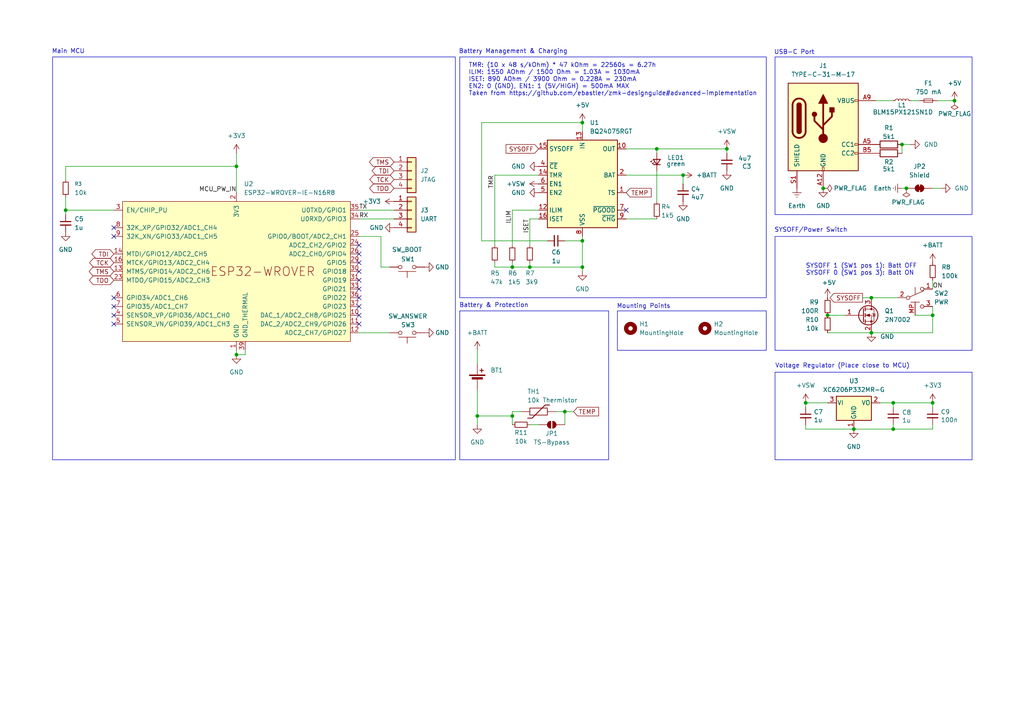
<source format=kicad_sch>
(kicad_sch (version 20250114) (generator "eeschema") (generator_version "9.0")
  (paper "A4")
  (lib_symbols
    (symbol "Battery_Management:BQ24075RGT"
      (property "Reference" "U" (at -8.89 13.97 0))
      (property "Value" "BQ24075RGT" (at 16.51 13.97 0))
      (symbol "BQ24075RGT_0_1"
        (rectangle (start -10.16 12.7) (end 10.16 -12.7) (stroke (width 0.254)) (fill (type background)))
      )
      (symbol "BQ24075RGT_1_1"
        (pin input line (at -12.7 10.16 0) (length 2.54) (name "SYSOFF") (number "15"))
        (pin input line (at -12.7 5.08 0) (length 2.54) (name "~{CE}") (number "4"))
        (pin input line (at -12.7 2.54 0) (length 2.54) (name "TMR") (number "14"))
        (pin input line (at -12.7 0 0) (length 2.54) (name "EN1") (number "6"))
        (pin input line (at -12.7 -2.54 0) (length 2.54) (name "EN2") (number "5"))
        (pin passive line (at -12.7 -7.62 0) (length 2.54) (name "ILIM") (number "12"))
        (pin passive line (at -12.7 -10.16 0) (length 2.54) (name "ISET") (number "16"))
        (pin power_in line (at 0 15.24 270) (length 2.54) (name "IN") (number "13"))
        (pin passive line (at 0 -15.24 90) (length 2.54) (hide yes) (name "VSS") (number "17"))
        (pin power_in line (at 0 -15.24 90) (length 2.54) (name "VSS") (number "8"))
        (pin power_out line (at 12.7 10.16 180) (length 2.54) (name "OUT") (number "10"))
        (pin passive line (at 12.7 10.16 180) (length 2.54) (hide yes) (name "OUT") (number "11"))
        (pin power_out line (at 12.7 2.54 180) (length 2.54) (name "BAT") (number "2"))
        (pin passive line (at 12.7 2.54 180) (length 2.54) (hide yes) (name "BAT") (number "3"))
        (pin passive line (at 12.7 -2.54 180) (length 2.54) (name "TS") (number "1"))
        (pin open_collector line (at 12.7 -7.62 180) (length 2.54) (name "~{PGOOD}") (number "7"))
        (pin open_collector line (at 12.7 -10.16 180) (length 2.54) (name "~{CHG}") (number "9"))
      )
    )
    (symbol "Connector:USB_C_Receptacle_PowerOnly_6P" (pin_names (offset 1.016))
      (property "Reference" "J" (at 0 16.51 0))
      (property "Value" "USB_C_Receptacle_PowerOnly_6P" (at 0 13.97 0))
      (symbol "USB_C_Receptacle_PowerOnly_6P_0_0"
        (rectangle (start -0.254 -12.7) (end 0.254 -11.684))
        (rectangle (start 10.16 7.874) (end 9.144 7.366))
        (rectangle (start 10.16 -4.826) (end 9.144 -5.334))
        (rectangle (start 10.16 -7.366) (end 9.144 -7.874))
      )
      (symbol "USB_C_Receptacle_PowerOnly_6P_0_1"
        (rectangle (start -10.16 12.7) (end 10.16 -12.7) (stroke (width 0.254)) (fill (type background)))
        (polyline (pts (xy -8.89 -1.27) (xy -8.89 6.35)) (stroke (width 0.508)))
        (rectangle (start -7.62 -1.27) (end -6.35 6.35) (stroke (width 0.254)) (fill (type outline)))
        (arc (start -7.62 6.35) (mid -6.985 6.9823) (end -6.35 6.35) (stroke (width 0.254)))
        (arc (start -7.62 6.35) (mid -6.985 6.9823) (end -6.35 6.35) (stroke (width 0.254)) (fill (type outline)))
        (arc (start -8.89 6.35) (mid -6.985 8.2467) (end -5.08 6.35) (stroke (width 0.508)))
        (arc (start -5.08 -1.27) (mid -6.985 -3.1667) (end -8.89 -1.27) (stroke (width 0.508)))
        (arc (start -6.35 -1.27) (mid -6.985 -1.9023) (end -7.62 -1.27) (stroke (width 0.254)))
        (arc (start -6.35 -1.27) (mid -6.985 -1.9023) (end -7.62 -1.27) (stroke (width 0.254)) (fill (type outline)))
        (polyline (pts (xy -5.08 6.35) (xy -5.08 -1.27)) (stroke (width 0.508)))
        (circle (center -2.54 3.683) (radius 0.635) (stroke (width 0.254)) (fill (type outline)))
        (polyline (pts (xy -1.27 6.858) (xy 0 9.398) (xy 1.27 6.858) (xy -1.27 6.858)) (stroke (width 0.254)) (fill (type outline)))
        (polyline (pts (xy 0 0.508) (xy 2.54 3.048) (xy 2.54 4.318)) (stroke (width 0.508)))
        (polyline (pts (xy 0 -0.762) (xy -2.54 1.778) (xy -2.54 3.048)) (stroke (width 0.508)))
        (polyline (pts (xy 0 -3.302) (xy 0 6.858)) (stroke (width 0.508)))
        (circle (center 0 -3.302) (radius 1.27) (fill (type outline)))
        (rectangle (start 1.905 4.318) (end 3.175 5.588) (stroke (width 0.254)) (fill (type outline)))
      )
      (symbol "USB_C_Receptacle_PowerOnly_6P_1_1"
        (pin passive line (at -7.62 -17.78 90) (length 5.08) (name "SHIELD") (number "S1"))
        (pin passive line (at 0 -17.78 90) (length 5.08) (name "GND") (number "A12"))
        (pin passive line (at 0 -17.78 90) (length 5.08) (hide yes) (name "GND") (number "B12"))
        (pin passive line (at 15.24 7.62 180) (length 5.08) (name "VBUS") (number "A9"))
        (pin passive line (at 15.24 7.62 180) (length 5.08) (hide yes) (name "VBUS") (number "B9"))
        (pin bidirectional line (at 15.24 -5.08 180) (length 5.08) (name "CC1") (number "A5"))
        (pin bidirectional line (at 15.24 -7.62 180) (length 5.08) (name "CC2") (number "B5"))
      )
    )
    (symbol "Connector_Generic:Conn_01x04" (pin_names (offset 1.016) (hide yes))
      (property "Reference" "J" (at 0 5.08 0))
      (property "Value" "Conn_01x04" (at 0 -7.62 0))
      (symbol "Conn_01x04_1_1"
        (rectangle (start -1.27 3.81) (end 1.27 -6.35) (stroke (width 0.254)) (fill (type background)))
        (rectangle (start -1.27 2.667) (end 0 2.413) (stroke (width 0.1524)))
        (rectangle (start -1.27 0.127) (end 0 -0.127) (stroke (width 0.1524)))
        (rectangle (start -1.27 -2.413) (end 0 -2.667) (stroke (width 0.1524)))
        (rectangle (start -1.27 -4.953) (end 0 -5.207) (stroke (width 0.1524)))
        (pin passive line (at -5.08 2.54 0) (length 3.81) (name "Pin_1") (number "1"))
        (pin passive line (at -5.08 0 0) (length 3.81) (name "Pin_2") (number "2"))
        (pin passive line (at -5.08 -2.54 0) (length 3.81) (name "Pin_3") (number "3"))
        (pin passive line (at -5.08 -5.08 0) (length 3.81) (name "Pin_4") (number "4"))
      )
    )
    (symbol "Device:Battery_Cell" (pin_numbers (hide yes)) (pin_names (offset 0) (hide yes))
      (property "Reference" "BT" (at 2.54 2.54 0))
      (property "Value" "Battery_Cell" (at 2.54 0 0))
      (symbol "Battery_Cell_0_1"
        (rectangle (start -2.286 1.778) (end 2.286 1.524) (fill (type outline)))
        (rectangle (start -1.524 1.016) (end 1.524 0.508) (fill (type outline)))
        (polyline (pts (xy 0 1.778) (xy 0 2.54)))
        (polyline (pts (xy 0 0.762) (xy 0 0)))
        (polyline (pts (xy 0.762 3.048) (xy 1.778 3.048)) (stroke (width 0.254)))
        (polyline (pts (xy 1.27 3.556) (xy 1.27 2.54)) (stroke (width 0.254)))
      )
      (symbol "Battery_Cell_1_1"
        (pin passive line (at 0 5.08 270) (length 2.54) (name "+") (number "1"))
        (pin passive line (at 0 -2.54 90) (length 2.54) (name "-") (number "2"))
      )
    )
    (symbol "Device:C_Small" (pin_numbers (hide yes)) (pin_names (offset 0.254) (hide yes))
      (property "Reference" "C" (at 0.254 1.778 0))
      (property "Value" "C_Small" (at 0.254 -2.032 0))
      (symbol "C_Small_0_1"
        (polyline (pts (xy -1.524 0.508) (xy 1.524 0.508)) (stroke (width 0.3048)))
        (polyline (pts (xy -1.524 -0.508) (xy 1.524 -0.508)) (stroke (width 0.3302)))
      )
      (symbol "C_Small_1_1"
        (pin passive line (at 0 2.54 270) (length 2.032) (name "~") (number "1"))
        (pin passive line (at 0 -2.54 90) (length 2.032) (name "~") (number "2"))
      )
    )
    (symbol "Device:Fuse_Small" (pin_numbers (hide yes)) (pin_names (offset 0.254) (hide yes))
      (property "Reference" "F" (at 0 -1.524 0))
      (property "Value" "Fuse_Small" (at 0 1.524 0))
      (symbol "Fuse_Small_0_1"
        (rectangle (start -1.27 0.508) (end 1.27 -0.508))
        (polyline (pts (xy -1.27 0) (xy 1.27 0)))
      )
      (symbol "Fuse_Small_1_1"
        (pin passive line (at -2.54 0 0) (length 1.27) (name "~") (number "1"))
        (pin passive line (at 2.54 0 180) (length 1.27) (name "~") (number "2"))
      )
    )
    (symbol "Device:LED_Small" (pin_numbers (hide yes)) (pin_names (offset 0.254) (hide yes))
      (property "Reference" "D" (at -1.27 3.175 0))
      (property "Value" "LED_Small" (at -4.445 -2.54 0))
      (symbol "LED_Small_0_1"
        (polyline (pts (xy -0.762 -1.016) (xy -0.762 1.016)) (stroke (width 0.254)))
        (polyline (pts (xy 0 0.762) (xy -0.508 1.27) (xy -0.254 1.27) (xy -0.508 1.27) (xy -0.508 1.016)))
        (polyline (pts (xy 0.508 1.27) (xy 0 1.778) (xy 0.254 1.778) (xy 0 1.778) (xy 0 1.524)))
        (polyline (pts (xy 0.762 -1.016) (xy -0.762 0) (xy 0.762 1.016) (xy 0.762 -1.016)) (stroke (width 0.254)))
        (polyline (pts (xy 1.016 0) (xy -0.762 0)))
      )
      (symbol "LED_Small_1_1"
        (pin passive line (at -2.54 0 0) (length 1.778) (name "K") (number "1"))
        (pin passive line (at 2.54 0 180) (length 1.778) (name "A") (number "2"))
      )
    )
    (symbol "Device:L_Small" (pin_numbers (hide yes)) (pin_names (offset 0.254) (hide yes))
      (property "Reference" "L" (at 0.762 1.016 0))
      (property "Value" "L_Small" (at 0.762 -1.016 0))
      (symbol "L_Small_0_1"
        (arc (start 0 2.032) (mid 0.5058 1.524) (end 0 1.016))
        (arc (start 0 1.016) (mid 0.5058 0.508) (end 0 0))
        (arc (start 0 0) (mid 0.5058 -0.508) (end 0 -1.016))
        (arc (start 0 -1.016) (mid 0.5058 -1.524) (end 0 -2.032))
      )
      (symbol "L_Small_1_1"
        (pin passive line (at 0 2.54 270) (length 0.508) (name "~") (number "1"))
        (pin passive line (at 0 -2.54 90) (length 0.508) (name "~") (number "2"))
      )
    )
    (symbol "Device:R" (pin_numbers (hide yes)) (pin_names (offset 0))
      (property "Reference" "R" (at 2.032 0 90))
      (property "Value" "R" (at 0 0 90))
      (symbol "R_0_1"
        (rectangle (start -1.016 -2.54) (end 1.016 2.54) (stroke (width 0.254)))
      )
      (symbol "R_1_1"
        (pin passive line (at 0 3.81 270) (length 1.27) (name "~") (number "1"))
        (pin passive line (at 0 -3.81 90) (length 1.27) (name "~") (number "2"))
      )
    )
    (symbol "Device:R_Small" (pin_numbers (hide yes)) (pin_names (offset 0.254) (hide yes))
      (property "Reference" "R" (at 0 0 90))
      (property "Value" "R_Small" (at 1.778 0 90))
      (symbol "R_Small_0_1"
        (rectangle (start -0.762 1.778) (end 0.762 -1.778) (stroke (width 0.2032)))
      )
      (symbol "R_Small_1_1"
        (pin passive line (at 0 2.54 270) (length 0.762) (name "~") (number "1"))
        (pin passive line (at 0 -2.54 90) (length 0.762) (name "~") (number "2"))
      )
    )
    (symbol "Device:Thermistor" (pin_numbers (hide yes)) (pin_names (offset 0))
      (property "Reference" "TH" (at 2.54 1.27 90))
      (property "Value" "Thermistor" (at -2.54 0 90))
      (symbol "Thermistor_0_1"
        (polyline (pts (xy -1.905 3.175) (xy -1.905 1.905) (xy 1.905 -1.905) (xy 1.905 -3.175) (xy 1.905 -3.175)) (stroke (width 0.254)))
        (rectangle (start -1.016 2.54) (end 1.016 -2.54) (stroke (width 0.2032)))
      )
      (symbol "Thermistor_1_1"
        (pin passive line (at 0 5.08 270) (length 2.54) (name "~") (number "1"))
        (pin passive line (at 0 -5.08 90) (length 2.54) (name "~") (number "2"))
      )
    )
    (symbol "Jumper:SolderJumper_2_Bridged" (pin_numbers (hide yes)) (pin_names (offset 0) (hide yes)) (in_bom no)
      (property "Reference" "JP" (at 0 2.032 0))
      (property "Value" "SolderJumper_2_Bridged" (at 0 -2.54 0))
      (symbol "SolderJumper_2_Bridged_0_1"
        (rectangle (start -0.508 0.508) (end 0.508 -0.508) (fill (type outline)))
        (polyline (pts (xy -0.254 1.016) (xy -0.254 -1.016)))
        (arc (start -0.254 -1.016) (mid -1.2656 0) (end -0.254 1.016))
        (arc (start -0.254 -1.016) (mid -1.2656 0) (end -0.254 1.016) (fill (type outline)))
        (arc (start 0.254 1.016) (mid 1.2656 0) (end 0.254 -1.016))
        (arc (start 0.254 1.016) (mid 1.2656 0) (end 0.254 -1.016) (fill (type outline)))
        (polyline (pts (xy 0.254 1.016) (xy 0.254 -1.016)))
      )
      (symbol "SolderJumper_2_Bridged_1_1"
        (pin passive line (at -3.81 0 0) (length 2.54) (name "A") (number "1"))
        (pin passive line (at 3.81 0 180) (length 2.54) (name "B") (number "2"))
      )
    )
    (symbol "Jumper:SolderJumper_2_Open" (pin_numbers (hide yes)) (pin_names (offset 0) (hide yes)) (in_bom no)
      (property "Reference" "JP" (at 0 2.032 0))
      (property "Value" "SolderJumper_2_Open" (at 0 -2.54 0))
      (symbol "SolderJumper_2_Open_0_1"
        (polyline (pts (xy -0.254 1.016) (xy -0.254 -1.016)))
        (arc (start -0.254 -1.016) (mid -1.2656 0) (end -0.254 1.016))
        (arc (start -0.254 -1.016) (mid -1.2656 0) (end -0.254 1.016) (fill (type outline)))
        (arc (start 0.254 1.016) (mid 1.2656 0) (end 0.254 -1.016))
        (arc (start 0.254 1.016) (mid 1.2656 0) (end 0.254 -1.016) (fill (type outline)))
        (polyline (pts (xy 0.254 1.016) (xy 0.254 -1.016)))
      )
      (symbol "SolderJumper_2_Open_1_1"
        (pin passive line (at -3.81 0 0) (length 2.54) (name "A") (number "1"))
        (pin passive line (at 3.81 0 180) (length 2.54) (name "B") (number "2"))
      )
    )
    (symbol "Mechanical:MountingHole" (pin_names (offset 1.016)) (in_bom no)
      (property "Reference" "H" (at 0 5.08 0))
      (property "Value" "MountingHole" (at 0 3.175 0))
      (symbol "MountingHole_0_1"
        (circle (center 0 0) (radius 1.27) (stroke (width 1.27)))
      )
    )
    (symbol "PCM_Espressif:ESP32-WROVER-E" (pin_names (offset 1.016))
      (property "Reference" "U" (at -30.48 25.4 0))
      (property "Value" "ESP32-WROVER-E" (at -30.48 22.86 0))
      (symbol "ESP32-WROVER-E_0_1"
        (rectangle (start -33.02 20.32) (end 33.02 -20.32) (fill (type background)))
      )
      (symbol "ESP32-WROVER-E_1_1"
        (text "ESP32-­WROVER" (at 7.62 0 0) (effects (font (size 2.54 2.54))))
        (pin input line (at -35.56 17.78 0) (length 2.54) (name "EN/CHIP_PU") (number "3"))
        (pin bidirectional line (at -35.56 12.7 0) (length 2.54) (name "32K_XP/GPIO32/ADC1_CH4") (number "8"))
        (pin bidirectional line (at -35.56 10.16 0) (length 2.54) (name "32K_XN/GPIO33/ADC1_CH5") (number "9"))
        (pin bidirectional line (at -35.56 5.08 0) (length 2.54) (name "MTDI/GPIO12/ADC2_CH5") (number "14"))
        (pin bidirectional line (at -35.56 2.54 0) (length 2.54) (name "MTCK/GPIO13/ADC2_CH4") (number "16"))
        (pin bidirectional line (at -35.56 0 0) (length 2.54) (name "MTMS/GPIO14/ADC2_CH6") (number "13"))
        (pin bidirectional line (at -35.56 -2.54 0) (length 2.54) (name "MTDO/GPIO15/ADC2_CH3") (number "23"))
        (pin input line (at -35.56 -7.62 0) (length 2.54) (name "GPIO34/ADC1_CH6") (number "6"))
        (pin input line (at -35.56 -10.16 0) (length 2.54) (name "GPIO35/ADC1_CH7") (number "7"))
        (pin input line (at -35.56 -12.7 0) (length 2.54) (name "SENSOR_VP/GPIO36/ADC1_CH0") (number "4"))
        (pin input line (at -35.56 -15.24 0) (length 2.54) (name "SENSOR_VN/GPIO39/ADC1_CH3") (number "5"))
        (pin power_in line (at 0 22.86 270) (length 2.54) (name "3V3") (number "2"))
        (pin power_in line (at 0 -22.86 90) (length 2.54) (name "GND") (number "1"))
        (pin passive line (at 0 -22.86 90) (length 2.54) (hide yes) (name "GND") (number "15"))
        (pin passive line (at 0 -22.86 90) (length 2.54) (hide yes) (name "GND") (number "38"))
        (pin power_in line (at 2.54 -22.86 90) (length 2.54) (name "GND_THERMAL") (number "39"))
        (pin bidirectional line (at 35.56 17.78 180) (length 2.54) (name "U0TXD/GPIO1") (number "35"))
        (pin bidirectional line (at 35.56 15.24 180) (length 2.54) (name "U0RXD/GPIO3") (number "34"))
        (pin bidirectional line (at 35.56 10.16 180) (length 2.54) (name "GPIO0/BOOT/ADC2_CH1") (number "25"))
        (pin bidirectional line (at 35.56 7.62 180) (length 2.54) (name "ADC2_CH2/GPIO2") (number "24"))
        (pin bidirectional line (at 35.56 5.08 180) (length 2.54) (name "ADC2_CH0/GPIO4") (number "26"))
        (pin bidirectional line (at 35.56 2.54 180) (length 2.54) (name "GPIO5") (number "29"))
        (pin bidirectional line (at 35.56 0 180) (length 2.54) (name "GPIO18") (number "30"))
        (pin bidirectional line (at 35.56 -2.54 180) (length 2.54) (name "GPIO19") (number "31"))
        (pin bidirectional line (at 35.56 -5.08 180) (length 2.54) (name "GPIO21") (number "33"))
        (pin bidirectional line (at 35.56 -7.62 180) (length 2.54) (name "GPIO22") (number "36"))
        (pin bidirectional line (at 35.56 -10.16 180) (length 2.54) (name "GPIO23") (number "37"))
        (pin bidirectional line (at 35.56 -12.7 180) (length 2.54) (name "DAC_1/ADC2_CH8/GPIO25") (number "10"))
        (pin bidirectional line (at 35.56 -15.24 180) (length 2.54) (name "DAC_2/ADC2_CH9/GPIO26") (number "11"))
        (pin bidirectional line (at 35.56 -17.78 180) (length 2.54) (name "ADC2_CH7/GPIO27") (number "12"))
      )
    )
    (symbol "Switch:SW_Push" (pin_numbers (hide yes)) (pin_names (offset 1.016) (hide yes))
      (property "Reference" "SW" (at 1.27 2.54 0))
      (property "Value" "SW_Push" (at 0 -1.524 0))
      (symbol "SW_Push_0_1"
        (circle (center -2.032 0) (radius 0.508))
        (polyline (pts (xy 0 1.27) (xy 0 3.048)))
        (circle (center 2.032 0) (radius 0.508))
        (polyline (pts (xy 2.54 1.27) (xy -2.54 1.27)))
        (pin passive line (at -5.08 0 0) (length 2.54) (name "1") (number "1"))
        (pin passive line (at 5.08 0 180) (length 2.54) (name "2") (number "2"))
      )
    )
    (symbol "Switch:SW_Push_SPDT" (pin_names (offset 0) (hide yes))
      (property "Reference" "SW2" (at 7.62 1.27 0))
      (property "Value" "PWR" (at 7.62 -1.27 0))
      (symbol "SW_Push_SPDT_0_0"
        (circle (center -2.032 0) (radius 0.508))
        (polyline (pts (xy 0 1.016) (xy 0 3.048)))
        (circle (center 2.032 -2.54) (radius 0.508))
      )
      (symbol "SW_Push_SPDT_0_1"
        (polyline (pts (xy -1.524 0.254) (xy 2.54 2.032)))
        (polyline (pts (xy -1.27 -1.27) (xy 1.27 -1.27) (xy -1.27 -1.27)))
        (circle (center 2.032 2.54) (radius 0.508))
      )
      (symbol "SW_Push_SPDT_1_1"
        (pin passive line (at -5.08 0 0) (length 2.54) (name "B") (number "2"))
        (pin free line (at 0 -5.08 90) (length 3.81) (name "Mounting") (number "MP"))
        (pin passive line (at 5.08 2.54 180) (length 2.54) (name "A") (number "1"))
        (pin passive line (at 5.08 -2.54 180) (length 2.54) (name "C") (number "3"))
      )
    )
    (symbol "Transistor_FET:2N7002" (pin_names (hide yes))
      (property "Reference" "Q" (at 5.08 1.905 0))
      (property "Value" "2N7002" (at 5.08 0 0))
      (symbol "2N7002_0_1"
        (polyline (pts (xy 0.254 1.905) (xy 0.254 -1.905)) (stroke (width 0.254)))
        (polyline (pts (xy 0.254 0) (xy -2.54 0)))
        (polyline (pts (xy 0.762 2.286) (xy 0.762 1.27)) (stroke (width 0.254)))
        (polyline (pts (xy 0.762 0.508) (xy 0.762 -0.508)) (stroke (width 0.254)))
        (polyline (pts (xy 0.762 -1.27) (xy 0.762 -2.286)) (stroke (width 0.254)))
        (polyline (pts (xy 0.762 -1.778) (xy 3.302 -1.778) (xy 3.302 1.778) (xy 0.762 1.778)))
        (polyline (pts (xy 1.016 0) (xy 2.032 0.381) (xy 2.032 -0.381) (xy 1.016 0)) (fill (type outline)))
        (circle (center 1.651 0) (radius 2.794) (stroke (width 0.254)))
        (polyline (pts (xy 2.54 2.54) (xy 2.54 1.778)))
        (circle (center 2.54 1.778) (radius 0.254) (fill (type outline)))
        (circle (center 2.54 -1.778) (radius 0.254) (fill (type outline)))
        (polyline (pts (xy 2.54 -2.54) (xy 2.54 0) (xy 0.762 0)))
        (polyline (pts (xy 2.794 0.508) (xy 2.921 0.381) (xy 3.683 0.381) (xy 3.81 0.254)))
        (polyline (pts (xy 3.302 0.381) (xy 2.921 -0.254) (xy 3.683 -0.254) (xy 3.302 0.381)))
      )
      (symbol "2N7002_1_1"
        (pin input line (at -5.08 0 0) (length 2.54) (name "G") (number "1"))
        (pin passive line (at 2.54 5.08 270) (length 2.54) (name "D") (number "3"))
        (pin passive line (at 2.54 -5.08 90) (length 2.54) (name "S") (number "2"))
      )
    )
    (symbol "XC6206PxxxMR_1" (pin_names (offset 0.254))
      (property "Reference" "U" (at -3.81 3.175 0))
      (property "Value" "XC6206PxxxMR" (at 0 3.175 0))
      (symbol "XC6206PxxxMR_1_0_1"
        (rectangle (start -5.08 1.905) (end 5.08 -5.08) (stroke (width 0.254)) (fill (type background)))
      )
      (symbol "XC6206PxxxMR_1_1_1"
        (pin power_in line (at -7.62 0 0) (length 2.54) (name "VI") (number "3"))
        (pin power_in line (at 0 -7.62 90) (length 2.54) (name "GND") (number "1"))
        (pin power_out line (at 7.62 0 180) (length 2.54) (name "VO") (number "2"))
      )
    )
    (symbol "power:+3V3" (power) (pin_numbers (hide yes)) (pin_names (offset 0) (hide yes))
      (property "Value" "+3V3" (at 0 3.556 0))
      (symbol "+3V3_0_1"
        (polyline (pts (xy -0.762 1.27) (xy 0 2.54)))
        (polyline (pts (xy 0 2.54) (xy 0.762 1.27)))
        (polyline (pts (xy 0 0) (xy 0 2.54)))
      )
      (symbol "+3V3_1_1"
        (pin power_in line (at 0 0 90) (length 0) (name "~") (number "1"))
      )
    )
    (symbol "power:+5V" (power) (pin_numbers (hide yes)) (pin_names (offset 0) (hide yes))
      (property "Value" "+5V" (at 0 3.556 0))
      (symbol "+5V_0_1"
        (polyline (pts (xy -0.762 1.27) (xy 0 2.54)))
        (polyline (pts (xy 0 2.54) (xy 0.762 1.27)))
        (polyline (pts (xy 0 0) (xy 0 2.54)))
      )
      (symbol "+5V_1_1"
        (pin power_in line (at 0 0 90) (length 0) (name "~") (number "1"))
      )
    )
    (symbol "power:+BATT" (power) (pin_numbers (hide yes)) (pin_names (offset 0) (hide yes))
      (property "Value" "+BATT" (at 0 3.556 0))
      (symbol "+BATT_0_1"
        (polyline (pts (xy -0.762 1.27) (xy 0 2.54)))
        (polyline (pts (xy 0 2.54) (xy 0.762 1.27)))
        (polyline (pts (xy 0 0) (xy 0 2.54)))
      )
      (symbol "+BATT_1_1"
        (pin power_in line (at 0 0 90) (length 0) (name "~") (number "1"))
      )
    )
    (symbol "power:+VSW" (power) (pin_numbers (hide yes)) (pin_names (offset 0) (hide yes))
      (property "Value" "+VSW" (at 0 3.556 0))
      (symbol "+VSW_0_1"
        (polyline (pts (xy -0.762 1.27) (xy 0 2.54)))
        (polyline (pts (xy 0 2.54) (xy 0.762 1.27)))
        (polyline (pts (xy 0 0) (xy 0 2.54)))
      )
      (symbol "+VSW_1_1"
        (pin power_in line (at 0 0 90) (length 0) (name "~") (number "1"))
      )
    )
    (symbol "power:Earth" (power) (pin_numbers (hide yes)) (pin_names (offset 0) (hide yes))
      (property "Value" "Earth" (at 0 -3.81 0))
      (symbol "Earth_0_1"
        (polyline (pts (xy -0.635 -1.905) (xy 0.635 -1.905)))
        (polyline (pts (xy -0.127 -2.54) (xy 0.127 -2.54)))
        (polyline (pts (xy 0 -1.27) (xy 0 0)))
        (polyline (pts (xy 1.27 -1.27) (xy -1.27 -1.27)))
      )
      (symbol "Earth_1_1"
        (pin power_in line (at 0 0 270) (length 0) (name "~") (number "1"))
      )
    )
    (symbol "power:GND" (power) (pin_numbers (hide yes)) (pin_names (offset 0) (hide yes))
      (property "Value" "GND" (at 0 -3.81 0))
      (symbol "GND_0_1"
        (polyline (pts (xy 0 0) (xy 0 -1.27) (xy 1.27 -1.27) (xy 0 -2.54) (xy -1.27 -1.27) (xy 0 -1.27)))
      )
      (symbol "GND_1_1"
        (pin power_in line (at 0 0 270) (length 0) (name "~") (number "1"))
      )
    )
    (symbol "power:PWR_FLAG" (power) (pin_numbers (hide yes)) (pin_names (offset 0) (hide yes))
      (property "Value" "PWR_FLAG" (at 0 3.81 0))
      (symbol "PWR_FLAG_0_0"
        (pin power_out line (at 0 0 90) (length 0) (name "~") (number "1"))
      )
      (symbol "PWR_FLAG_0_1"
        (polyline (pts (xy 0 0) (xy 0 1.27) (xy -1.016 1.905) (xy 0 2.54) (xy 1.016 1.905) (xy 0 1.27)))
      )
    )
  )
  (rectangle (start 224.79 16.51) (end 281.94 62.23))
  (rectangle (start 224.79 68.58) (end 281.94 101.6))
  (rectangle (start 133.35 16.51) (end 222.25 86.36))
  (rectangle (start 179.07 90.17) (end 222.25 101.6))
  (rectangle (start 224.79 107.95) (end 281.94 133.35))
  (rectangle (start 15.24 16.51) (end 132.08 133.35))
  (rectangle (start 133.35 90.17) (end 176.53 133.35))
  (text "Mounting Points" (at 186.69 88.9 0) (effects (font (size 1.27 1.27))))
  (text "USB-C Port" (at 230.378 15.24 0) (effects (font (size 1.27 1.27))))
  (text "TMR: (10 x 48 s/kOhm) * 47 kOhm = 22560s = 6.27h\nILIM: 1550 AOhm / 1500 Ohm = 1.03A = 1030mA\nISET: 890 AOhm / 3900 Ohm = 0.228A = 230mA\nEN2: 0 (GND), EN1: 1 (5V/HIGH) = 500mA MAX\nTaken from https://github.com/ebastler/zmk-designguide#advanced-implementation" (at 135.89 27.94 0) (effects (font (size 1.27 1.27)) (justify left bottom)))
  (text "Battery Management & Charging" (at 148.844 14.986 0) (effects (font (size 1.27 1.27))))
  (text "SYSOFF/Power Switch" (at 235.204 66.802 0) (effects (font (size 1.27 1.27))))
  (text "Voltage Regulator (Place close to MCU)" (at 244.348 106.172 0) (effects (font (size 1.27 1.27))))
  (text "Main MCU" (at 19.812 14.986 0) (effects (font (size 1.27 1.27))))
  (text "SYSOFF 1 (SW1 pos 1): Batt OFF\nSYSOFF 0 (SW1 pos 3): Batt ON" (at 233.68 80.01 0) (effects (font (size 1.27 1.27)) (justify left bottom)))
  (text "Battery & Protection" (at 143.256 88.646 0) (effects (font (size 1.27 1.27))))
  (junction (at 148.59 120.65))
  (junction (at 262.89 54.61))
  (junction (at 148.59 77.47))
  (junction (at 238.76 54.61))
  (junction (at 210.82 43.18))
  (junction (at 168.91 69.85))
  (junction (at 270.51 116.84))
  (junction (at 68.58 48.26))
  (junction (at 259.08 124.46))
  (junction (at 168.91 35.56))
  (junction (at 19.05 60.96))
  (junction (at 198.12 50.8))
  (junction (at 138.43 120.65))
  (junction (at 153.67 77.47))
  (junction (at 252.73 86.36))
  (junction (at 190.5 43.18))
  (junction (at 261.62 41.91))
  (junction (at 252.73 96.52))
  (junction (at 247.65 124.46))
  (junction (at 168.91 77.47))
  (junction (at 240.03 91.44))
  (junction (at 270.51 91.44))
  (junction (at 276.86 29.21))
  (junction (at 68.58 102.87))
  (junction (at 163.83 119.38))
  (junction (at 233.68 116.84))
  (junction (at 259.08 116.84))
  (no_connect (at 33.02 86.36))
  (no_connect (at 33.02 88.9))
  (no_connect (at 104.14 91.44))
  (no_connect (at 181.61 60.96))
  (no_connect (at 104.14 81.28))
  (no_connect (at 104.14 86.36))
  (no_connect (at 33.02 93.98))
  (no_connect (at 104.14 88.9))
  (no_connect (at 33.02 91.44))
  (no_connect (at 104.14 73.66))
  (no_connect (at 104.14 71.12))
  (no_connect (at 33.02 68.58))
  (no_connect (at 33.02 66.04))
  (no_connect (at 104.14 83.82))
  (no_connect (at 104.14 93.98))
  (no_connect (at 104.14 76.2))
  (no_connect (at 104.14 78.74))
  (wire (pts (xy 190.5 44.45) (xy 190.5 43.18)))
  (wire (pts (xy 104.14 96.52) (xy 113.03 96.52)))
  (wire (pts (xy 153.67 71.12) (xy 153.67 63.5)))
  (wire (pts (xy 247.65 124.46) (xy 259.08 124.46)))
  (wire (pts (xy 259.08 116.84) (xy 270.51 116.84)))
  (wire (pts (xy 138.43 113.03) (xy 138.43 120.65)))
  (wire (pts (xy 143.51 77.47) (xy 148.59 77.47)))
  (wire (pts (xy 104.14 60.96) (xy 114.3 60.96)))
  (wire (pts (xy 240.03 91.44) (xy 245.11 91.44)))
  (wire (pts (xy 110.49 77.47) (xy 113.03 77.47)))
  (wire (pts (xy 270.51 88.9) (xy 270.51 91.44)))
  (wire (pts (xy 139.7 35.56) (xy 168.91 35.56)))
  (wire (pts (xy 190.5 49.53) (xy 190.5 58.42)))
  (wire (pts (xy 270.51 123.19) (xy 270.51 124.46)))
  (wire (pts (xy 148.59 76.2) (xy 148.59 77.47)))
  (wire (pts (xy 19.05 48.26) (xy 19.05 52.07)))
  (wire (pts (xy 104.14 63.5) (xy 114.3 63.5)))
  (wire (pts (xy 168.91 69.85) (xy 163.83 69.85)))
  (wire (pts (xy 168.91 69.85) (xy 168.91 77.47)))
  (wire (pts (xy 148.59 119.38) (xy 148.59 120.65)))
  (wire (pts (xy 259.08 123.19) (xy 259.08 124.46)))
  (wire (pts (xy 153.67 76.2) (xy 153.67 77.47)))
  (wire (pts (xy 19.05 60.96) (xy 19.05 62.23)))
  (wire (pts (xy 110.49 68.58) (xy 110.49 77.47)))
  (wire (pts (xy 198.12 50.8) (xy 198.12 53.34)))
  (wire (pts (xy 270.51 118.11) (xy 270.51 116.84)))
  (wire (pts (xy 259.08 124.46) (xy 270.51 124.46)))
  (wire (pts (xy 138.43 123.19) (xy 138.43 120.65)))
  (wire (pts (xy 233.68 116.84) (xy 240.03 116.84)))
  (wire (pts (xy 153.67 63.5) (xy 156.21 63.5)))
  (wire (pts (xy 261.62 54.61) (xy 262.89 54.61)))
  (wire (pts (xy 181.61 43.18) (xy 190.5 43.18)))
  (wire (pts (xy 264.16 41.91) (xy 261.62 41.91)))
  (wire (pts (xy 19.05 60.96) (xy 33.02 60.96)))
  (wire (pts (xy 233.68 124.46) (xy 247.65 124.46)))
  (wire (pts (xy 255.27 116.84) (xy 259.08 116.84)))
  (wire (pts (xy 181.61 63.5) (xy 190.5 63.5)))
  (wire (pts (xy 270.51 91.44) (xy 270.51 96.52)))
  (wire (pts (xy 254 29.21) (xy 259.08 29.21)))
  (wire (pts (xy 139.7 35.56) (xy 139.7 69.85)))
  (wire (pts (xy 271.78 29.21) (xy 276.86 29.21)))
  (wire (pts (xy 233.68 123.19) (xy 233.68 124.46)))
  (wire (pts (xy 265.43 91.44) (xy 270.51 91.44)))
  (wire (pts (xy 270.51 81.28) (xy 270.51 83.82)))
  (wire (pts (xy 148.59 60.96) (xy 156.21 60.96)))
  (wire (pts (xy 148.59 119.38) (xy 151.13 119.38)))
  (wire (pts (xy 168.91 77.47) (xy 168.91 78.74)))
  (wire (pts (xy 71.12 101.6) (xy 71.12 102.87)))
  (wire (pts (xy 68.58 102.87) (xy 68.58 101.6)))
  (wire (pts (xy 166.37 119.38) (xy 163.83 119.38)))
  (wire (pts (xy 259.08 118.11) (xy 259.08 116.84)))
  (wire (pts (xy 68.58 102.87) (xy 71.12 102.87)))
  (wire (pts (xy 163.83 123.19) (xy 163.83 119.38)))
  (wire (pts (xy 233.68 118.11) (xy 233.68 116.84)))
  (wire (pts (xy 210.82 44.45) (xy 210.82 43.18)))
  (wire (pts (xy 68.58 48.26) (xy 68.58 55.88)))
  (wire (pts (xy 148.59 77.47) (xy 153.67 77.47)))
  (wire (pts (xy 158.75 69.85) (xy 139.7 69.85)))
  (wire (pts (xy 19.05 57.15) (xy 19.05 60.96)))
  (wire (pts (xy 104.14 68.58) (xy 110.49 68.58)))
  (wire (pts (xy 252.73 86.36) (xy 260.35 86.36)))
  (wire (pts (xy 143.51 50.8) (xy 156.21 50.8)))
  (wire (pts (xy 143.51 50.8) (xy 143.51 71.12)))
  (wire (pts (xy 273.05 54.61) (xy 270.51 54.61)))
  (wire (pts (xy 250.19 86.36) (xy 252.73 86.36)))
  (wire (pts (xy 153.67 123.19) (xy 156.21 123.19)))
  (wire (pts (xy 19.05 48.26) (xy 68.58 48.26)))
  (wire (pts (xy 264.16 29.21) (xy 266.7 29.21)))
  (wire (pts (xy 190.5 43.18) (xy 210.82 43.18)))
  (wire (pts (xy 240.03 96.52) (xy 252.73 96.52)))
  (wire (pts (xy 153.67 77.47) (xy 168.91 77.47)))
  (wire (pts (xy 148.59 120.65) (xy 148.59 123.19)))
  (wire (pts (xy 168.91 68.58) (xy 168.91 69.85)))
  (wire (pts (xy 138.43 101.6) (xy 138.43 105.41)))
  (wire (pts (xy 261.62 41.91) (xy 261.62 44.45)))
  (wire (pts (xy 143.51 77.47) (xy 143.51 76.2)))
  (wire (pts (xy 148.59 60.96) (xy 148.59 71.12)))
  (wire (pts (xy 68.58 48.26) (xy 68.58 44.45)))
  (wire (pts (xy 148.59 120.65) (xy 138.43 120.65)))
  (wire (pts (xy 168.91 35.56) (xy 168.91 38.1)))
  (wire (pts (xy 163.83 119.38) (xy 161.29 119.38)))
  (wire (pts (xy 270.51 96.52) (xy 252.73 96.52)))
  (wire (pts (xy 181.61 50.8) (xy 198.12 50.8)))
  (label "ILIM" (at 148.59 60.96 270))
  (label "RX" (at 104.14 63.5 0))
  (label "TMR" (at 143.51 50.8 270))
  (label "TX" (at 104.14 60.96 0))
  (label "MCU_PW_IN" (at 68.58 55.88 180))
  (label "ISET" (at 153.67 63.5 270))
  (label "ON" (at 270.51 83.82 0))
  (global_label "TDI" (shape bidirectional) (at 114.3 49.53 180) (property "Intersheetrefs" "${INTERSHEET_REFS}" (effects (hide yes))))
  (global_label "SYSOFF" (shape output) (at 250.19 86.36 180) (property "Intersheetrefs" "${INTERSHEET_REFS}" (effects (hide yes))))
  (global_label "TMS" (shape bidirectional) (at 33.02 78.74 180) (property "Intersheetrefs" "${INTERSHEET_REFS}" (effects (hide yes))))
  (global_label "TEMP" (shape input) (at 181.61 55.88 0) (property "Intersheetrefs" "${INTERSHEET_REFS}" (effects (hide yes))))
  (global_label "TDO" (shape bidirectional) (at 114.3 54.61 180) (property "Intersheetrefs" "${INTERSHEET_REFS}" (effects (hide yes))))
  (global_label "TCK" (shape bidirectional) (at 33.02 76.2 180) (property "Intersheetrefs" "${INTERSHEET_REFS}" (effects (hide yes))))
  (global_label "TEMP" (shape input) (at 166.37 119.38 0) (property "Intersheetrefs" "${INTERSHEET_REFS}" (effects (hide yes))))
  (global_label "TDI" (shape bidirectional) (at 33.02 73.66 180) (property "Intersheetrefs" "${INTERSHEET_REFS}" (effects (hide yes))))
  (global_label "TCK" (shape bidirectional) (at 114.3 52.07 180) (property "Intersheetrefs" "${INTERSHEET_REFS}" (effects (hide yes))))
  (global_label "TDO" (shape bidirectional) (at 33.02 81.28 180) (property "Intersheetrefs" "${INTERSHEET_REFS}" (effects (hide yes))))
  (global_label "TMS" (shape bidirectional) (at 114.3 46.99 180) (property "Intersheetrefs" "${INTERSHEET_REFS}" (effects (hide yes))))
  (global_label "SYSOFF" (shape input) (at 156.21 43.18 180) (property "Intersheetrefs" "${INTERSHEET_REFS}" (effects (hide yes))))
  (symbol (lib_id "Device:C_Small") (at 233.68 120.65 0) (unit 1)
    (property "Reference" "C7" (at 236.0168 119.4816 0) (effects (justify left)))
    (property "Value" "1u" (at 236.0168 121.793 0) (effects (justify left)))
    (property "Footprint" "Capacitor_SMD:C_0402_1005Metric_Pad0.74x0.62mm_HandSolder" (effects (hide yes)))
    (property "LCSC" "C52923" (effects (hide yes)))
    (property "Notes" "X7R, 10%" (effects (hide yes)))
  )
  (symbol (lib_id "power:GND") (at 247.65 124.46 0) (mirror y) (unit 1)
    (property "Reference" "#PWR027" (effects (hide yes)))
    (property "Value" "GND" (at 247.65 129.54 0))
  )
  (symbol (lib_id "Device:R") (at 257.81 41.91 90) (unit 1)
    (property "Reference" "R1" (at 257.81 37.084 90))
    (property "Value" "5k1" (at 257.81 39.624 90))
    (property "Footprint" "Resistor_SMD:R_0402_1005Metric_Pad0.72x0.64mm_HandSolder" (effects (hide yes)))
    (property "Description" "Resistor" (effects (hide yes)))
    (property "LCSC" "C25905" (effects (hide yes)))
  )
  (symbol (lib_id "power:+5V") (at 276.86 29.21 0) (unit 1)
    (property "Reference" "#PWR02" (effects (hide yes)))
    (property "Value" "+5V" (at 276.86 24.13 0))
    (property "Description" "Power symbol creates a global label with name \"+5V\"" (effects (hide yes)))
  )
  (symbol (lib_id "Device:R_Small") (at 190.5 60.96 0) (unit 1)
    (property "Reference" "R4" (at 191.77 59.944 0) (effects (justify left)))
    (property "Value" "1k5" (at 191.77 62.484 0) (effects (justify left)))
    (property "Footprint" "Resistor_SMD:R_0402_1005Metric_Pad0.72x0.64mm_HandSolder" (effects (hide yes)))
    (property "Description" "Resistor, small symbol" (effects (hide yes)))
    (property "LCSC" "C25867" (effects (hide yes)))
  )
  (symbol (lib_id "Device:R_Small") (at 148.59 73.66 0) (unit 1)
    (property "Reference" "R6" (at 147.32 79.248 0) (effects (justify left)))
    (property "Value" "1k5" (at 147.32 81.788 0) (effects (justify left)))
    (property "Footprint" "Resistor_SMD:R_0402_1005Metric_Pad0.72x0.64mm_HandSolder" (effects (hide yes)))
    (property "Description" "Resistor, small symbol" (effects (hide yes)))
    (property "LCSC" "C25867" (effects (hide yes)))
  )
  (symbol (lib_id "power:Earth") (at 261.62 54.61 270) (unit 1)
    (property "Reference" "#PWR010" (effects (hide yes)))
    (property "Value" "Earth" (at 258.572 54.61 90) (effects (justify right)))
    (property "Description" "Power symbol creates a global label with name \"Earth\"" (effects (hide yes)))
  )
  (symbol (lib_id "Device:L_Small") (at 261.62 29.21 90) (unit 1)
    (property "Reference" "L1" (at 261.62 30.48 90))
    (property "Value" "BLM15PX121SN1D" (at 261.874 32.512 90))
    (property "Footprint" "Inductor_SMD:L_0402_1005Metric" (effects (hide yes)))
    (property "LCSC" "C88970" (effects (hide yes)))
  )
  (symbol (lib_id "power:GND") (at 114.3 66.04 270) (unit 1)
    (property "Reference" "#PWR014" (effects (hide yes)))
    (property "Value" "GND" (at 109.22 66.04 90))
    (property "Description" "Power symbol creates a global label with name \"GND\" , ground" (effects (hide yes)))
  )
  (symbol (lib_id "Device:Battery_Cell") (at 138.43 110.49 0) (unit 1)
    (property "Reference" "BT1" (at 142.24 107.3784 0) (effects (justify left)))
    (property "Value" "Battery_Cell" (effects (hide yes)))
    (property "Footprint" "Connector_JST:JST_PH_S2B-PH-K_1x02_P2.00mm_Horizontal" (effects (hide yes)))
    (property "Description" "Single-cell battery" (effects (hide yes)))
  )
  (symbol (lib_id "Connector_Generic:Conn_01x04") (at 119.38 49.53 0) (unit 1)
    (property "Reference" "J2" (at 121.92 49.5299 0) (effects (justify left)))
    (property "Value" "JTAG" (at 121.92 52.0699 0) (effects (justify left)))
    (property "Footprint" "Connector_PinHeader_2.54mm:PinHeader_1x04_P2.54mm_Horizontal" (effects (hide yes)))
    (property "Description" "Generic connector, single row, 01x04, script generated (kicad-library-utils/schlib/autogen/connector/)" (effects (hide yes)))
    (property "LCSC" "C91552" (effects (hide yes)))
  )
  (symbol (lib_id "Jumper:SolderJumper_2_Open") (at 160.02 123.19 0) (unit 1) (in_bom no)
    (property "Reference" "JP1" (at 160.02 125.73 0))
    (property "Value" "TS-Bypass" (at 160.02 128.27 0))
    (property "Footprint" "Jumper:SolderJumper-2_P1.3mm_Open_RoundedPad1.0x1.5mm" (effects (hide yes)))
    (property "Description" "Solder Jumper, 2-pole, open" (effects (hide yes)))
  )
  (symbol (lib_id "Device:C_Small") (at 19.05 64.77 0) (unit 1)
    (property "Reference" "C5" (at 21.59 63.5062 0) (effects (justify left)))
    (property "Value" "1u" (at 21.59 66.0462 0) (effects (justify left)))
    (property "Footprint" "Capacitor_SMD:C_0402_1005Metric_Pad0.74x0.62mm_HandSolder" (effects (hide yes)))
    (property "Description" "Unpolarized capacitor, small symbol" (effects (hide yes)))
    (property "LCSC" "C52923" (effects (hide yes)))
  )
  (symbol (lib_id "power:+5V") (at 168.91 35.56 0) (unit 1)
    (property "Reference" "#PWR03" (effects (hide yes)))
    (property "Value" "+5V" (at 168.91 30.48 0))
    (property "Description" "Power symbol creates a global label with name \"+5V\"" (effects (hide yes)))
  )
  (symbol (lib_id "power:GND") (at 264.16 41.91 90) (unit 1)
    (property "Reference" "#PWR05" (effects (hide yes)))
    (property "Value" "GND" (at 267.97 41.9099 90) (effects (justify right)))
    (property "Description" "Power symbol creates a global label with name \"GND\" , ground" (effects (hide yes)))
  )
  (symbol (lib_id "Device:R_Small") (at 143.51 73.66 0) (unit 1)
    (property "Reference" "R5" (at 142.24 79.248 0) (effects (justify left)))
    (property "Value" "47k" (at 142.24 81.788 0) (effects (justify left)))
    (property "Footprint" "Resistor_SMD:R_0402_1005Metric_Pad0.72x0.64mm_HandSolder" (effects (hide yes)))
    (property "Description" "Resistor, small symbol" (effects (hide yes)))
    (property "LCSC" "C25792" (effects (hide yes)))
  )
  (symbol (lib_id "power:GND") (at 123.19 96.52 90) (unit 1)
    (property "Reference" "#PWR020" (effects (hide yes)))
    (property "Value" "GND" (at 128.27 96.52 90))
    (property "Description" "Power symbol creates a global label with name \"GND\" , ground" (effects (hide yes)))
  )
  (symbol (lib_id "power:GND") (at 19.05 67.31 0) (unit 1)
    (property "Reference" "#PWR015" (effects (hide yes)))
    (property "Value" "GND" (at 19.05 72.39 0))
    (property "Description" "Power symbol creates a global label with name \"GND\" , ground" (effects (hide yes)))
  )
  (symbol (lib_id "power:GND") (at 123.19 77.47 90) (unit 1)
    (property "Reference" "#PWR017" (effects (hide yes)))
    (property "Value" "GND" (at 128.27 77.47 90))
    (property "Description" "Power symbol creates a global label with name \"GND\" , ground" (effects (hide yes)))
  )
  (symbol (lib_id "power:+VSW") (at 233.68 116.84 0) (unit 1)
    (property "Reference" "#PWR031" (effects (hide yes)))
    (property "Value" "+VSW" (at 233.68 111.76 0))
    (property "Description" "Power symbol creates a global label with name \"+VSW\"" (effects (hide yes)))
  )
  (symbol (lib_id "Switch:SW_Push_SPDT") (at 265.43 86.36 0) (unit 1)
    (property "Reference" "SW2" (at 273.05 85.09 0))
    (property "Value" "PWR" (at 273.05 87.63 0))
    (property "Footprint" "PCM_marbastlib-various:SW_MSK12C02-HB" (effects (hide yes)))
    (property "LCSC" "C431541" (effects (hide yes)))
  )
  (symbol (lib_id "Device:Fuse_Small") (at 269.24 29.21 0) (unit 1)
    (property "Reference" "F1" (at 269.24 24.13 0))
    (property "Value" "750 mA" (at 269.24 26.67 0))
    (property "Footprint" "Fuse:Fuse_0603_1608Metric" (effects (hide yes)))
    (property "Description" "Fuse, small symbol" (effects (hide yes)))
    (property "LCSC" "C2687878" (effects (hide yes)))
  )
  (symbol (lib_id "Device:C_Small") (at 259.08 120.65 0) (unit 1)
    (property "Reference" "C8" (at 261.62 119.6086 0) (effects (justify left)))
    (property "Value" "1u" (at 261.62 121.92 0) (effects (justify left)))
    (property "Footprint" "Capacitor_SMD:C_0402_1005Metric_Pad0.74x0.62mm_HandSolder" (effects (hide yes)))
    (property "LCSC" "C52923" (effects (hide yes)))
    (property "Notes" "X7R, 10%" (effects (hide yes)))
  )
  (symbol (lib_id "Device:C_Small") (at 210.82 46.99 180) (unit 1)
    (property "Reference" "C3" (at 217.932 48.26 0) (effects (justify left)))
    (property "Value" "4u7" (at 217.932 45.9486 0) (effects (justify left)))
    (property "Footprint" "Capacitor_SMD:C_0402_1005Metric_Pad0.74x0.62mm_HandSolder" (effects (hide yes)))
    (property "LCSC" "C1538" (effects (hide yes)))
    (property "Notes" "X7R, 10%" (effects (hide yes)))
  )
  (symbol (lib_id "Device:R_Small") (at 240.03 93.98 0) (unit 1)
    (property "Reference" "R10" (at 237.49 92.7099 0) (effects (justify right)))
    (property "Value" "10k" (at 237.49 95.2499 0) (effects (justify right)))
    (property "Footprint" "Resistor_SMD:R_0402_1005Metric_Pad0.72x0.64mm_HandSolder" (effects (hide yes)))
    (property "Description" "Resistor, small symbol" (effects (hide yes)))
    (property "LCSC" "C25744" (effects (hide yes)))
  )
  (symbol (lib_id "Connector:USB_C_Receptacle_PowerOnly_6P") (at 238.76 36.83 0) (unit 1)
    (property "Reference" "J1" (at 238.76 19.05 0))
    (property "Value" "TYPE-C-31-M-17" (at 238.76 21.59 0))
    (property "Footprint" "Connector_USB:USB_C_Receptacle_HRO_TYPE-C-31-M-17" (effects (hide yes)))
    (property "Datasheet" "https://www.usb.org/sites/default/files/documents/usb_type-c.zip" (effects (hide yes)))
    (property "Description" "USB Power-Only 6P Type-C Receptacle connector" (effects (hide yes)))
    (property "LCSC" "C283540" (effects (hide yes)))
  )
  (symbol (lib_id "power:GND") (at 156.21 55.88 270) (unit 1)
    (property "Reference" "#PWR012" (effects (hide yes)))
    (property "Value" "GND" (at 152.4 55.8799 90) (effects (justify right)))
  )
  (symbol (lib_id "power:+VSW") (at 156.21 53.34 90) (unit 1)
    (property "Reference" "#PWR09" (effects (hide yes)))
    (property "Value" "+VSW" (at 152.4 53.3399 90) (effects (justify left)))
    (property "Description" "Power symbol creates a global label with name \"+VSW\"" (effects (hide yes)))
  )
  (symbol (lib_id "Switch:SW_Push") (at 118.11 77.47 180) (unit 1)
    (property "Reference" "SW1" (at 120.396 75.184 0) (effects (justify left)))
    (property "Value" "SW_BOOT" (at 122.428 72.39 0) (effects (justify left)))
    (property "Footprint" "ExtraComponents:TS-1088-AR02016" (effects (hide yes)))
    (property "Description" "Push button switch, generic, two pins" (effects (hide yes)))
    (property "LCSC" "C720477" (effects (hide yes)))
  )
  (symbol (lib_id "Device:R_Small") (at 240.03 88.9 0) (unit 1)
    (property "Reference" "R9" (at 237.49 87.6299 0) (effects (justify right)))
    (property "Value" "100R" (at 237.49 90.1699 0) (effects (justify right)))
    (property "Footprint" "Resistor_SMD:R_0402_1005Metric_Pad0.72x0.64mm_HandSolder" (effects (hide yes)))
    (property "Description" "Resistor, small symbol" (effects (hide yes)))
    (property "LCSC" "C25076" (effects (hide yes)))
  )
  (symbol (lib_id "power:GND") (at 210.82 49.53 0) (mirror y) (unit 1)
    (property "Reference" "#PWR029" (effects (hide yes)))
    (property "Value" "GND" (at 210.82 54.61 0))
    (property "Description" "Power symbol creates a global label with name \"GND\" , ground" (effects (hide yes)))
  )
  (symbol (lib_id "power:GND") (at 138.43 123.19 0) (unit 1)
    (property "Reference" "#PWR026" (effects (hide yes)))
    (property "Value" "GND" (at 138.43 128.27 0))
    (property "Description" "Power symbol creates a global label with name \"GND\" , ground" (effects (hide yes)))
  )
  (symbol (lib_id "Device:C_Small") (at 161.29 69.85 270) (unit 1)
    (property "Reference" "C6" (at 161.29 73.152 90))
    (property "Value" "1u" (at 161.29 75.692 90))
    (property "Footprint" "Capacitor_SMD:C_0402_1005Metric_Pad0.74x0.62mm_HandSolder" (effects (hide yes)))
    (property "Description" "Unpolarized capacitor, small symbol" (effects (hide yes)))
    (property "LCSC" "C52923" (effects (hide yes)))
  )
  (symbol (lib_id "Device:R_Small") (at 151.13 123.19 270) (unit 1)
    (property "Reference" "R11" (at 151.13 125.476 90))
    (property "Value" "10k" (at 151.13 128.016 90))
    (property "Footprint" "Resistor_SMD:R_0402_1005Metric_Pad0.72x0.64mm_HandSolder" (effects (hide yes)))
    (property "Description" "Resistor, small symbol" (effects (hide yes)))
    (property "LCSC" "C25744" (effects (hide yes)))
  )
  (symbol (lib_id "power:+3V3") (at 114.3 58.42 90) (unit 1)
    (property "Reference" "#PWR013" (effects (hide yes)))
    (property "Value" "+3V3" (at 110.49 58.4199 90) (effects (justify left)))
    (property "Description" "Power symbol creates a global label with name \"+3V3\"" (effects (hide yes)))
  )
  (symbol (lib_id "power:+BATT") (at 198.12 50.8 270) (mirror x) (unit 1)
    (property "Reference" "#PWR08" (effects (hide yes)))
    (property "Value" "+BATT" (at 201.93 50.7999 90) (effects (justify left)))
    (property "Description" "Power symbol creates a global label with name \"+BATT\"" (effects (hide yes)))
  )
  (symbol (lib_id "power:+3V3") (at 68.58 44.45 0) (unit 1)
    (property "Reference" "#PWR04" (effects (hide yes)))
    (property "Value" "+3V3" (at 68.58 39.37 0))
    (property "Description" "Power symbol creates a global label with name \"+3V3\"" (effects (hide yes)))
  )
  (symbol (lib_id "power:+3V3") (at 270.51 116.84 0) (unit 1)
    (property "Reference" "#PWR032" (effects (hide yes)))
    (property "Value" "+3V3" (at 270.51 111.76 0))
    (property "Description" "Power symbol creates a global label with name \"+3V3\"" (effects (hide yes)))
  )
  (symbol (lib_id "Device:R_Small") (at 270.51 78.74 180) (unit 1)
    (property "Reference" "R8" (at 273.05 77.4699 0) (effects (justify right)))
    (property "Value" "100k" (at 273.05 80.0099 0) (effects (justify right)))
    (property "Footprint" "Resistor_SMD:R_0402_1005Metric_Pad0.72x0.64mm_HandSolder" (effects (hide yes)))
    (property "Description" "Resistor, small symbol" (effects (hide yes)))
    (property "LCSC" "C25741" (effects (hide yes)))
  )
  (symbol (lib_name "XC6206PxxxMR_1") (lib_id "Regulator_Linear:XC6206PxxxMR") (at 247.65 116.84 0) (unit 1)
    (property "Reference" "U3" (at 247.65 110.49 0))
    (property "Value" "XC6206P332MR-G" (at 247.65 113.03 0))
    (property "Footprint" "Package_TO_SOT_SMD:SOT-23-3" (effects (hide yes)))
    (property "Datasheet" "https://www.torexsemi.com/file/xc6206/XC6206.pdf" (effects (hide yes)))
    (property "Description" "Positive 60-250mA Low Dropout Regulator, Fixed Output, SOT-23" (effects (hide yes)))
    (property "LCSC" "C5446" (effects (hide yes)))
  )
  (symbol (lib_id "Mechanical:MountingHole") (at 204.47 95.25 270) (unit 1) (in_bom no)
    (property "Reference" "H2" (at 207.01 93.9799 90) (effects (justify left)))
    (property "Value" "MountingHole" (at 207.01 96.5199 90) (effects (justify left)))
    (property "Footprint" "MountingHole:MountingHole_2.2mm_M2" (effects (hide yes)))
    (property "Description" "Mounting Hole without connection" (effects (hide yes)))
  )
  (symbol (lib_id "power:+VSW") (at 210.82 43.18 0) (unit 1)
    (property "Reference" "#PWR06" (effects (hide yes)))
    (property "Value" "+VSW" (at 210.82 38.1 0))
    (property "Description" "Power symbol creates a global label with name \"+VSW\"" (effects (hide yes)))
  )
  (symbol (lib_id "Device:R") (at 257.81 44.45 270) (unit 1)
    (property "Reference" "R2" (at 257.81 46.99 90))
    (property "Value" "5k1" (at 257.81 49.022 90))
    (property "Footprint" "Resistor_SMD:R_0402_1005Metric_Pad0.72x0.64mm_HandSolder" (effects (hide yes)))
    (property "Description" "Resistor" (effects (hide yes)))
    (property "LCSC" "C25905" (effects (hide yes)))
  )
  (symbol (lib_id "power:GND") (at 238.76 54.61 0) (unit 1)
    (property "Reference" "#PWR011" (effects (hide yes)))
    (property "Value" "GND" (at 238.76 59.69 0))
    (property "Description" "Power symbol creates a global label with name \"GND\" , ground" (effects (hide yes)))
  )
  (symbol (lib_id "power:+BATT") (at 270.51 76.2 0) (unit 1)
    (property "Reference" "#PWR016" (effects (hide yes)))
    (property "Value" "+BATT" (at 270.51 71.12 0))
    (property "Description" "Power symbol creates a global label with name \"+BATT\"" (effects (hide yes)))
  )
  (symbol (lib_id "power:PWR_FLAG") (at 238.76 54.61 270) (unit 1)
    (property "Reference" "#FLG02" (effects (hide yes)))
    (property "Value" "PWR_FLAG" (at 241.808 54.61 90) (effects (justify left)))
    (property "Description" "Special symbol for telling ERC where power comes from" (effects (hide yes)))
  )
  (symbol (lib_id "Transistor_FET:2N7002") (at 250.19 91.44 0) (unit 1)
    (property "Reference" "Q1" (at 256.54 90.1699 0) (effects (justify left)))
    (property "Value" "2N7002" (at 256.54 92.7099 0) (effects (justify left)))
    (property "Footprint" "Package_TO_SOT_SMD:SOT-23" (effects (hide yes)))
    (property "Datasheet" "https://www.onsemi.com/pub/Collateral/NDS7002A-D.PDF" (effects (hide yes)))
    (property "Description" "0.115A Id, 60V Vds, N-Channel MOSFET, SOT-23" (effects (hide yes)))
    (property "LCSC" "C8545" (effects (hide yes)))
  )
  (symbol (lib_id "Battery_Management:BQ24075RGT") (at 168.91 53.34 0) (unit 1)
    (property "Reference" "U1" (at 171.0533 35.56 0) (effects (justify left)))
    (property "Value" "BQ24075RGT" (at 171.0533 38.1 0) (effects (justify left)))
    (property "Footprint" "Package_DFN_QFN:VQFN-16-1EP_3x3mm_P0.5mm_EP1.6x1.6mm" (effects (hide yes)))
    (property "Datasheet" "http://www.ti.com/lit/ds/symlink/bq24075.pdf" (effects (hide yes)))
    (property "Description" "USB-Friendly Li-Ion Battery Charger and Power-Path Management, VQFN-16" (effects (hide yes)))
    (property "LCSC" "C15464" (effects (hide yes)))
  )
  (symbol (lib_id "Device:Thermistor") (at 156.21 119.38 270) (unit 1)
    (property "Reference" "TH1" (at 152.908 113.538 90) (effects (justify left)))
    (property "Value" "10k Thermistor" (at 152.908 116.078 90) (effects (justify left)))
    (property "Footprint" "TestPoint:TestPoint_2Pads_Pitch5.08mm_Drill1.3mm" (effects (hide yes)))
    (property "Description" "Temperature dependent resistor" (effects (hide yes)))
  )
  (symbol (lib_id "power:GND") (at 273.05 54.61 90) (unit 1)
    (property "Reference" "#PWR030" (effects (hide yes)))
    (property "Value" "GND" (at 276.86 54.6099 90) (effects (justify right)))
    (property "Description" "Power symbol creates a global label with name \"GND\" , ground" (effects (hide yes)))
  )
  (symbol (lib_id "power:PWR_FLAG") (at 262.89 54.61 180) (unit 1)
    (property "Reference" "#FLG04" (effects (hide yes)))
    (property "Value" "PWR_FLAG" (at 268.224 58.674 0) (effects (justify left)))
    (property "Description" "Special symbol for telling ERC where power comes from" (effects (hide yes)))
  )
  (symbol (lib_id "power:GND") (at 68.58 102.87 0) (unit 1)
    (property "Reference" "#PWR023" (effects (hide yes)))
    (property "Value" "GND" (at 68.58 107.95 0))
    (property "Description" "Power symbol creates a global label with name \"GND\" , ground" (effects (hide yes)))
  )
  (symbol (lib_id "Device:C_Small") (at 270.51 120.65 0) (unit 1)
    (property "Reference" "C9" (at 272.8468 119.4816 0) (effects (justify left)))
    (property "Value" "100n" (at 272.8468 121.793 0) (effects (justify left)))
    (property "Footprint" "Capacitor_SMD:C_0402_1005Metric_Pad0.74x0.62mm_HandSolder" (effects (hide yes)))
    (property "LCSC" "C1525" (effects (hide yes)))
    (property "Notes" "X7R, 10%" (effects (hide yes)))
  )
  (symbol (lib_id "power:GND") (at 252.73 96.52 0) (unit 1)
    (property "Reference" "#PWR021" (effects (hide yes)))
    (property "Value" "GND" (at 255.27 97.5994 0) (effects (justify left)))
  )
  (symbol (lib_id "Mechanical:MountingHole") (at 182.88 95.25 0) (unit 1) (in_bom no)
    (property "Reference" "H1" (at 185.42 93.9799 0) (effects (justify left)))
    (property "Value" "MountingHole" (at 185.42 96.5199 0) (effects (justify left)))
    (property "Footprint" "MountingHole:MountingHole_2.2mm_M2" (effects (hide yes)))
    (property "Description" "Mounting Hole without connection" (effects (hide yes)))
  )
  (symbol (lib_id "Jumper:SolderJumper_2_Bridged") (at 266.7 54.61 0) (unit 1) (in_bom no)
    (property "Reference" "JP2" (at 266.7 48.26 0))
    (property "Value" "Shield" (at 266.7 50.8 0))
    (property "Footprint" "Jumper:SolderJumper-2_P1.3mm_Bridged_RoundedPad1.0x1.5mm" (effects (hide yes)))
    (property "Description" "Solder Jumper, 2-pole, closed/bridged" (effects (hide yes)))
  )
  (symbol (lib_id "PCM_Espressif:ESP32-WROVER-E") (at 68.58 78.74 0) (unit 1)
    (property "Reference" "U2" (at 70.7233 53.34 0) (effects (justify left)))
    (property "Value" "ESP32-WROVER-IE-N16R8" (at 70.7233 55.88 0) (effects (justify left)))
    (property "Footprint" "PCM_Espressif:ESP32-WROVER-E" (effects (hide yes)))
    (property "Datasheet" "https://www.espressif.com/sites/default/files/documentation/esp32-wrover-e_esp32-wrover-ie_datasheet_en.pdf" (effects (hide yes)))
    (property "Description" "ESP32-WROVER-E and ESP32-WROVER-IE are two powerful, generic WiFi-BT-BLE MCU modules that target a wide variety of applications, ranging from low-power sensor networks to the most demanding tasks, such as voice encoding, music streaming and MP3 decoding. ESP32-WROVER-E comes with a PCB antenna, and ESP32-WROVER-IE with an IPEX antenna. They both featurea 4 MB external SPI flash and an additional 8 MB SPI Pseudo static RAM (PSRAM)." (effects (hide yes)))
  )
  (symbol (lib_id "power:GND") (at 156.21 48.26 270) (unit 1)
    (property "Reference" "#PWR07" (effects (hide yes)))
    (property "Value" "GND" (at 152.4 48.26 90) (effects (justify right)))
  )
  (symbol (lib_id "Device:R_Small") (at 153.67 73.66 0) (unit 1)
    (property "Reference" "R7" (at 152.4 79.248 0) (effects (justify left)))
    (property "Value" "3k9" (at 152.4 81.788 0) (effects (justify left)))
    (property "Footprint" "Resistor_SMD:R_0603_1608Metric_Pad0.98x0.95mm_HandSolder" (effects (hide yes)))
    (property "Description" "Resistor, small symbol" (effects (hide yes)))
    (property "LCSC" "C23018" (effects (hide yes)))
  )
  (symbol (lib_id "power:+5V") (at 240.03 86.36 0) (unit 1)
    (property "Reference" "#PWR019" (effects (hide yes)))
    (property "Value" "+5V" (at 240.411 81.9658 0))
    (property "Description" "Power symbol creates a global label with name \"+5V\"" (effects (hide yes)))
  )
  (symbol (lib_id "power:PWR_FLAG") (at 276.86 29.21 180) (unit 1)
    (property "Reference" "#FLG03" (effects (hide yes)))
    (property "Value" "PWR_FLAG" (at 281.686 33.02 0) (effects (justify left)))
    (property "Description" "Special symbol for telling ERC where power comes from" (effects (hide yes)))
  )
  (symbol (lib_id "power:+BATT") (at 138.43 101.6 0) (unit 1)
    (property "Reference" "#PWR022" (effects (hide yes)))
    (property "Value" "+BATT" (at 138.43 96.52 0))
    (property "Description" "Power symbol creates a global label with name \"+BATT\"" (effects (hide yes)))
  )
  (symbol (lib_id "power:GND") (at 198.12 58.42 0) (mirror y) (unit 1)
    (property "Reference" "#PWR028" (effects (hide yes)))
    (property "Value" "GND" (at 198.12 63.5 0))
    (property "Description" "Power symbol creates a global label with name \"GND\" , ground" (effects (hide yes)))
  )
  (symbol (lib_id "Device:LED_Small") (at 190.5 46.99 90) (unit 1)
    (property "Reference" "LED1" (at 193.548 45.72 90) (effects (justify right)))
    (property "Value" "green" (at 193.294 47.498 90) (effects (justify right)))
    (property "Footprint" "LED_SMD:LED_0603_1608Metric_Pad1.05x0.95mm_HandSolder" (effects (hide yes)))
    (property "Description" "Light emitting diode, small symbol" (effects (hide yes)))
    (property "LCSC" "C2290" (effects (hide yes)))
    (property "Sim.Pin" "1=K 2=A" (effects (hide yes)))
  )
  (symbol (lib_id "power:Earth") (at 231.14 54.61 0) (unit 1)
    (property "Reference" "#PWR01" (effects (hide yes)))
    (property "Value" "Earth" (at 231.14 59.69 0))
    (property "Description" "Power symbol creates a global label with name \"Earth\"" (effects (hide yes)))
  )
  (symbol (lib_id "Connector_Generic:Conn_01x04") (at 119.38 60.96 0) (unit 1)
    (property "Reference" "J3" (at 121.92 60.9599 0) (effects (justify left)))
    (property "Value" "UART" (at 121.92 63.4999 0) (effects (justify left)))
    (property "Footprint" "Connector_PinHeader_2.54mm:PinHeader_1x04_P2.54mm_Horizontal" (effects (hide yes)))
    (property "Description" "Generic connector, single row, 01x04, script generated (kicad-library-utils/schlib/autogen/connector/)" (effects (hide yes)))
    (property "LCSC" "C91552" (effects (hide yes)))
  )
  (symbol (lib_id "power:GND") (at 168.91 78.74 0) (mirror y) (unit 1)
    (property "Reference" "#PWR018" (effects (hide yes)))
    (property "Value" "GND" (at 168.91 83.82 0))
    (property "Description" "Power symbol creates a global label with name \"GND\" , ground" (effects (hide yes)))
  )
  (symbol (lib_id "Device:C_Small") (at 198.12 55.88 0) (unit 1)
    (property "Reference" "C4" (at 200.406 54.8386 0) (effects (justify left)))
    (property "Value" "4u7" (at 200.406 57.15 0) (effects (justify left)))
    (property "Footprint" "Capacitor_SMD:C_0402_1005Metric_Pad0.74x0.62mm_HandSolder" (effects (hide yes)))
    (property "LCSC" "C1538" (effects (hide yes)))
    (property "Notes" "X7R, 10%" (effects (hide yes)))
  )
  (symbol (lib_id "Device:R_Small") (at 19.05 54.61 0) (unit 1)
    (property "Reference" "R3" (at 21.59 53.3399 0) (effects (font (size 1.016 1.016)) (justify left)))
    (property "Value" "10k" (at 21.59 55.8799 0) (effects (justify left)))
    (property "Footprint" "Resistor_SMD:R_0402_1005Metric_Pad0.72x0.64mm_HandSolder" (effects (hide yes)))
    (property "Description" "Resistor, small symbol" (effects (hide yes)))
    (property "LCSC" "C25744" (effects (hide yes)))
  )
  (symbol (lib_id "Switch:SW_Push") (at 118.11 96.52 180) (unit 1)
    (property "Reference" "SW3" (at 120.396 94.234 0) (effects (justify left)))
    (property "Value" "SW_ANSWER" (at 123.952 91.694 0) (effects (justify left)))
    (property "Footprint" "ExtraComponents:WAGO 2060-452998-404" (effects (hide yes)))
    (property "Description" "Push button switch, generic, two pins" (effects (hide yes)))
    (property "LCSC" "C2765055" (effects (hide yes)))
  )
)
</source>
